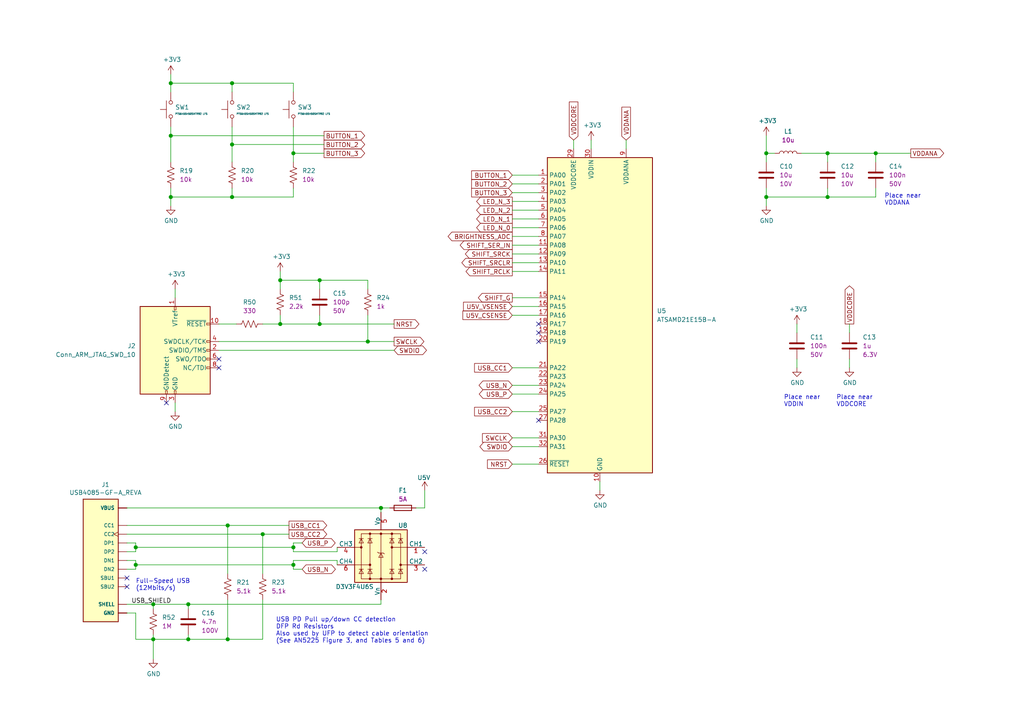
<source format=kicad_sch>
(kicad_sch (version 20210621) (generator eeschema)
  (paper "A4")
  (lib_symbols
    (symbol "Capacitor_custom:CC0402KRX5R5BB105" (pin_numbers hide) (pin_names (offset 0.254))
      (property "Reference" "C" (at 1.27 2.54 0))
      (property "Capacitance" "1u" (at 1.27 -2.54 0))
      (property "Voltage" "6.3V" (at 1.27 -5.08 0))
      (symbol "CC0402KRX5R5BB105_0_1"
        (polyline (pts (xy -2.032 -0.762) (xy 2.032 -0.762)) (stroke (width 0.508)))
        (polyline (pts (xy -2.032 0.762) (xy 2.032 0.762)) (stroke (width 0.508)))
      )
      (symbol "CC0402KRX5R5BB105_1_1"
        (pin passive line (at 0 3.81 270) (length 2.794) (name "~") (number "1"))
        (pin passive line (at 0 -3.81 90) (length 2.794) (name "~") (number "2"))
      )
    )
    (symbol "Capacitor_custom:CL21A106KPCLQNC" (pin_numbers hide) (pin_names (offset 0.254))
      (property "Reference" "C" (at 1.27 2.54 0))
      (property "Capacitance" "10u" (at 1.27 -2.54 0))
      (property "Voltage" "10V" (at 1.27 -5.08 0))
      (symbol "CL21A106KPCLQNC_0_1"
        (polyline (pts (xy -2.032 -0.762) (xy 2.032 -0.762)) (stroke (width 0.508)))
        (polyline (pts (xy -2.032 0.762) (xy 2.032 0.762)) (stroke (width 0.508)))
      )
      (symbol "CL21A106KPCLQNC_1_1"
        (pin passive line (at 0 3.81 270) (length 2.794) (name "~") (number "1"))
        (pin passive line (at 0 -3.81 90) (length 2.794) (name "~") (number "2"))
      )
    )
    (symbol "Capacitor_custom:GCM155R71H103KA55D_1" (pin_numbers hide) (pin_names (offset 0.254))
      (property "Reference" "C" (at 1.27 2.54 0))
      (property "Capacitance" "4.7n" (at 1.27 -2.54 0))
      (property "Voltage" "100V" (at 1.27 -5.08 0))
      (symbol "GCM155R71H103KA55D_1_0_1"
        (polyline (pts (xy -2.032 -0.762) (xy 2.032 -0.762)) (stroke (width 0.508)))
        (polyline (pts (xy -2.032 0.762) (xy 2.032 0.762)) (stroke (width 0.508)))
      )
      (symbol "GCM155R71H103KA55D_1_1_1"
        (pin passive line (at 0 3.81 270) (length 2.794) (name "~") (number "1"))
        (pin passive line (at 0 -3.81 90) (length 2.794) (name "~") (number "2"))
      )
    )
    (symbol "Capacitor_custom:GRM1555C1H101JA01J" (pin_numbers hide) (pin_names (offset 0.254))
      (property "Reference" "C" (at 1.27 2.54 0))
      (property "Capacitance" "100p" (at 1.27 -2.54 0))
      (property "Voltage" "50V" (at 1.27 -5.08 0))
      (symbol "GRM1555C1H101JA01J_0_1"
        (polyline (pts (xy -2.032 -0.762) (xy 2.032 -0.762)) (stroke (width 0.508)))
        (polyline (pts (xy -2.032 0.762) (xy 2.032 0.762)) (stroke (width 0.508)))
      )
      (symbol "GRM1555C1H101JA01J_1_1"
        (pin passive line (at 0 3.81 270) (length 2.794) (name "~") (number "1"))
        (pin passive line (at 0 -3.81 90) (length 2.794) (name "~") (number "2"))
      )
    )
    (symbol "Capacitor_custom:GRM155R71H104KE14D" (pin_numbers hide) (pin_names (offset 0.254))
      (property "Reference" "C" (at 1.27 2.54 0))
      (property "Capacitance" "100n" (at 1.27 -2.54 0))
      (property "Voltage" "50V" (at 1.27 -5.08 0))
      (symbol "GRM155R71H104KE14D_0_1"
        (polyline (pts (xy -2.032 -0.762) (xy 2.032 -0.762)) (stroke (width 0.508)))
        (polyline (pts (xy -2.032 0.762) (xy 2.032 0.762)) (stroke (width 0.508)))
      )
      (symbol "GRM155R71H104KE14D_1_1"
        (pin passive line (at 0 3.81 270) (length 2.794) (name "~") (number "1"))
        (pin passive line (at 0 -3.81 90) (length 2.794) (name "~") (number "2"))
      )
    )
    (symbol "Connector:Conn_ARM_JTAG_SWD_10" (pin_names (offset 1.016))
      (property "Reference" "J" (at -2.54 16.51 0))
      (property "Value" "Conn_ARM_JTAG_SWD_10" (at -2.54 13.97 0))
      (symbol "Conn_ARM_JTAG_SWD_10_0_1"
        (rectangle (start -2.794 -12.7) (end -2.286 -11.684))
        (rectangle (start -0.254 -12.7) (end 0.254 -11.684))
        (rectangle (start -0.254 12.7) (end 0.254 11.684))
        (rectangle (start 9.144 2.286) (end 10.16 2.794))
        (rectangle (start 10.16 -2.794) (end 9.144 -2.286))
        (rectangle (start 10.16 -0.254) (end 9.144 0.254))
        (rectangle (start 10.16 7.874) (end 9.144 7.366))
        (rectangle (start -10.16 12.7) (end 10.16 -12.7) (stroke (width 0.254)) (fill (type background)))
      )
      (symbol "Conn_ARM_JTAG_SWD_10_1_1"
        (rectangle (start 9.144 -5.334) (end 10.16 -4.826))
        (pin power_in line (at 0 15.24 270) (length 2.54) (name "VTref") (number "1"))
        (pin open_collector line (at 12.7 7.62 180) (length 2.54) (name "~{RESET}") (number "10"))
        (pin bidirectional line (at 12.7 0 180) (length 2.54) (name "SWDIO/TMS") (number "2"))
        (pin power_in line (at 0 -15.24 90) (length 2.54) (name "GND") (number "3"))
        (pin output line (at 12.7 2.54 180) (length 2.54) (name "SWDCLK/TCK") (number "4"))
        (pin passive line (at 0 -15.24 90) (length 2.54) hide (name "GND") (number "5"))
        (pin input line (at 12.7 -2.54 180) (length 2.54) (name "SWO/TDO") (number "6"))
        (pin no_connect line (at -10.16 0 0) (length 2.54) hide (name "KEY") (number "7"))
        (pin output line (at 12.7 -5.08 180) (length 2.54) (name "NC/TDI") (number "8"))
        (pin passive line (at -2.54 -15.24 90) (length 2.54) (name "GNDDetect") (number "9"))
      )
    )
    (symbol "Device_custom:0685T5000" (pin_numbers hide) (pin_names (offset 0))
      (property "Reference" "F" (at 2.032 0 90))
      (property "Current Rating" "5A" (at -2.032 0 90))
      (symbol "0685T5000_0_1"
        (rectangle (start -0.762 -2.54) (end 0.762 2.54) (stroke (width 0.254)))
        (polyline (pts (xy 0 2.54) (xy 0 -2.54)))
      )
      (symbol "0685T5000_1_1"
        (pin passive line (at 0 3.81 270) (length 1.27) (name "~") (number "1"))
        (pin passive line (at 0 -3.81 90) (length 1.27) (name "~") (number "2"))
      )
    )
    (symbol "Inductor_custom:CBC2518T100M" (pin_numbers hide) (pin_names (offset 1.016) hide)
      (property "Reference" "L" (at -1.27 0 90))
      (property "Inductance" "10u" (at 1.905 0 90))
      (symbol "CBC2518T100M_0_1"
        (arc (start 0 -2.54) (end 0 -1.27) (radius (at 0 -1.905) (length 0.635) (angles -89.9 89.9)))
        (arc (start 0 -1.27) (end 0 0) (radius (at 0 -0.635) (length 0.635) (angles -89.9 89.9)))
        (arc (start 0 0) (end 0 1.27) (radius (at 0 0.635) (length 0.635) (angles -89.9 89.9)))
        (arc (start 0 1.27) (end 0 2.54) (radius (at 0 1.905) (length 0.635) (angles -89.9 89.9)))
      )
      (symbol "CBC2518T100M_1_1"
        (pin passive line (at 0 3.81 270) (length 1.27) (name "1") (number "1"))
        (pin passive line (at 0 -3.81 90) (length 1.27) (name "2") (number "2"))
      )
    )
    (symbol "MCU_Microchip_SAMD:ATSAMD21E15B-A"
      (property "Reference" "U" (at -13.97 46.99 0))
      (property "Value" "ATSAMD21E15B-A" (at 16.51 46.99 0))
      (symbol "ATSAMD21E15B-A_1_1"
        (rectangle (start -15.24 45.72) (end 15.24 -45.72) (stroke (width 0.254)) (fill (type background)))
        (pin bidirectional line (at -17.78 40.64 0) (length 2.54) (name "PA00") (number "1"))
        (pin power_in line (at 0 -48.26 90) (length 2.54) (name "GND") (number "10"))
        (pin bidirectional line (at -17.78 20.32 0) (length 2.54) (name "PA08") (number "11"))
        (pin bidirectional line (at -17.78 17.78 0) (length 2.54) (name "PA09") (number "12"))
        (pin bidirectional line (at -17.78 15.24 0) (length 2.54) (name "PA10") (number "13"))
        (pin bidirectional line (at -17.78 12.7 0) (length 2.54) (name "PA11") (number "14"))
        (pin bidirectional line (at -17.78 5.08 0) (length 2.54) (name "PA14") (number "15"))
        (pin bidirectional line (at -17.78 2.54 0) (length 2.54) (name "PA15") (number "16"))
        (pin bidirectional line (at -17.78 0 0) (length 2.54) (name "PA16") (number "17"))
        (pin bidirectional line (at -17.78 -2.54 0) (length 2.54) (name "PA17") (number "18"))
        (pin bidirectional line (at -17.78 -5.08 0) (length 2.54) (name "PA18") (number "19"))
        (pin bidirectional line (at -17.78 38.1 0) (length 2.54) (name "PA01") (number "2"))
        (pin bidirectional line (at -17.78 -7.62 0) (length 2.54) (name "PA19") (number "20"))
        (pin bidirectional line (at -17.78 -15.24 0) (length 2.54) (name "PA22") (number "21"))
        (pin bidirectional line (at -17.78 -17.78 0) (length 2.54) (name "PA23") (number "22"))
        (pin bidirectional line (at -17.78 -20.32 0) (length 2.54) (name "PA24") (number "23"))
        (pin bidirectional line (at -17.78 -22.86 0) (length 2.54) (name "PA25") (number "24"))
        (pin bidirectional line (at -17.78 -27.94 0) (length 2.54) (name "PA27") (number "25"))
        (pin input line (at -17.78 -43.18 0) (length 2.54) (name "~{RESET}") (number "26"))
        (pin bidirectional line (at -17.78 -30.48 0) (length 2.54) (name "PA28") (number "27"))
        (pin passive line (at 0 -48.26 90) (length 2.54) hide (name "GND") (number "28"))
        (pin power_out line (at -7.62 48.26 270) (length 2.54) (name "VDDCORE") (number "29"))
        (pin bidirectional line (at -17.78 35.56 0) (length 2.54) (name "PA02") (number "3"))
        (pin power_in line (at -2.54 48.26 270) (length 2.54) (name "VDDIN") (number "30"))
        (pin bidirectional line (at -17.78 -35.56 0) (length 2.54) (name "PA30") (number "31"))
        (pin bidirectional line (at -17.78 -38.1 0) (length 2.54) (name "PA31") (number "32"))
        (pin bidirectional line (at -17.78 33.02 0) (length 2.54) (name "PA03") (number "4"))
        (pin bidirectional line (at -17.78 30.48 0) (length 2.54) (name "PA04") (number "5"))
        (pin bidirectional line (at -17.78 27.94 0) (length 2.54) (name "PA05") (number "6"))
        (pin bidirectional line (at -17.78 25.4 0) (length 2.54) (name "PA06") (number "7"))
        (pin bidirectional line (at -17.78 22.86 0) (length 2.54) (name "PA07") (number "8"))
        (pin power_in line (at 7.62 48.26 270) (length 2.54) (name "VDDANA") (number "9"))
      )
    )
    (symbol "Power_Protection_custom:D3V3F4U6S" (pin_names (offset 0))
      (property "Reference" "U" (at -7.874 8.636 0))
      (property "Value" "D3V3F4U6S" (at 8.89 -10.16 0))
      (symbol "D3V3F4U6S_0_0"
        (rectangle (start -5.715 6.477) (end 5.715 -6.604))
        (polyline (pts (xy -3.175 -6.604) (xy -3.175 6.477)))
        (polyline (pts (xy 0 6.477) (xy 0 -6.604)))
        (polyline (pts (xy 3.175 6.477) (xy 3.175 -6.604)))
      )
      (symbol "D3V3F4U6S_0_1"
        (circle (center -5.715 -2.54) (radius 0.2794) (fill (type outline)))
        (circle (center -3.175 -6.604) (radius 0.2794) (fill (type outline)))
        (circle (center -3.175 2.54) (radius 0.2794) (fill (type outline)))
        (circle (center -3.175 6.477) (radius 0.2794) (fill (type outline)))
        (circle (center 0 -6.604) (radius 0.2794) (fill (type outline)))
        (circle (center 0 6.477) (radius 0.2794) (fill (type outline)))
        (circle (center 3.175 -6.604) (radius 0.2794) (fill (type outline)))
        (circle (center 3.175 -2.54) (radius 0.2794) (fill (type outline)))
        (circle (center 3.175 6.477) (radius 0.2794) (fill (type outline)))
        (circle (center 5.715 2.54) (radius 0.2794) (fill (type outline)))
        (rectangle (start -7.62 7.62) (end 7.62 -7.62) (stroke (width 0.254)) (fill (type background)))
        (polyline (pts (xy -7.747 2.54) (xy -3.175 2.54)))
        (polyline (pts (xy -7.62 -2.54) (xy -5.715 -2.54)))
        (polyline (pts (xy -5.08 -3.81) (xy -6.35 -3.81)))
        (polyline (pts (xy -5.08 5.08) (xy -6.35 5.08)))
        (polyline (pts (xy -2.54 -3.81) (xy -3.81 -3.81)))
        (polyline (pts (xy -2.54 5.08) (xy -3.81 5.08)))
        (polyline (pts (xy -0.635 0.889) (xy -1.016 0.635)))
        (polyline (pts (xy 0 -6.604) (xy 0 -7.62)))
        (polyline (pts (xy 0.635 0.889) (xy -0.635 0.889)))
        (polyline (pts (xy 0.635 0.889) (xy 1.016 1.143)))
        (polyline (pts (xy 3.81 -3.81) (xy 2.54 -3.81)))
        (polyline (pts (xy 3.81 5.08) (xy 2.54 5.08)))
        (polyline (pts (xy 6.35 -3.81) (xy 5.08 -3.81)))
        (polyline (pts (xy 6.35 5.08) (xy 5.08 5.08)))
        (polyline (pts (xy 7.62 -2.54) (xy 3.175 -2.54)))
        (polyline (pts (xy 7.62 2.54) (xy 5.715 2.54)))
        (polyline (pts (xy -5.08 -5.08) (xy -6.35 -5.08) (xy -5.715 -3.81) (xy -5.08 -5.08)))
        (polyline (pts (xy -5.08 3.81) (xy -6.35 3.81) (xy -5.715 5.08) (xy -5.08 3.81)))
        (polyline (pts (xy -2.54 -5.08) (xy -3.81 -5.08) (xy -3.175 -3.81) (xy -2.54 -5.08)))
        (polyline (pts (xy -2.54 3.81) (xy -3.81 3.81) (xy -3.175 5.08) (xy -2.54 3.81)))
        (polyline (pts (xy 0.635 -0.381) (xy -0.635 -0.381) (xy 0 0.889) (xy 0.635 -0.381)))
        (polyline (pts (xy 3.81 -5.08) (xy 2.54 -5.08) (xy 3.175 -3.81) (xy 3.81 -5.08)))
        (polyline (pts (xy 3.81 3.81) (xy 2.54 3.81) (xy 3.175 5.08) (xy 3.81 3.81)))
        (polyline (pts (xy 6.35 -5.08) (xy 5.08 -5.08) (xy 5.715 -3.81) (xy 6.35 -5.08)))
        (polyline (pts (xy 6.35 3.81) (xy 5.08 3.81) (xy 5.715 5.08) (xy 6.35 3.81)))
      )
      (symbol "D3V3F4U6S_1_1"
        (pin passive line (at -12.7 2.54 0) (length 5.08) (name "CH1") (number "1"))
        (pin power_in line (at 0 -12.7 90) (length 5.08) (name "Vn") (number "2"))
        (pin passive line (at -12.7 -2.54 0) (length 5.08) (name "CH2") (number "3"))
        (pin passive line (at 12.7 2.54 180) (length 5.08) (name "CH3") (number "4"))
        (pin power_out line (at 0 12.7 270) (length 5.08) (name "Vp") (number "5"))
        (pin passive line (at 12.7 -2.54 180) (length 5.08) (name "CH4") (number "6"))
      )
    )
    (symbol "Resistor_custom:CRGCQ0402F1M0" (pin_numbers hide) (pin_names (offset 0))
      (property "Reference" "R" (at 2.54 0 90))
      (property "Resistance" "1M" (at -2.54 0 90))
      (symbol "CRGCQ0402F1M0_0_1"
        (polyline (pts (xy 0 -2.286) (xy 0 -2.54)))
        (polyline (pts (xy 0 2.286) (xy 0 2.54)))
        (polyline (pts (xy 0 -0.762) (xy 1.016 -1.143) (xy 0 -1.524) (xy -1.016 -1.905) (xy 0 -2.286)))
        (polyline (pts (xy 0 0.762) (xy 1.016 0.381) (xy 0 0) (xy -1.016 -0.381) (xy 0 -0.762)))
        (polyline (pts (xy 0 2.286) (xy 1.016 1.905) (xy 0 1.524) (xy -1.016 1.143) (xy 0 0.762)))
      )
      (symbol "CRGCQ0402F1M0_1_1"
        (pin passive line (at 0 3.81 270) (length 1.27) (name "~") (number "1"))
        (pin passive line (at 0 -3.81 90) (length 1.27) (name "~") (number "2"))
      )
    )
    (symbol "Resistor_custom:RC0402FR-07330RL" (pin_numbers hide) (pin_names (offset 0))
      (property "Reference" "R" (at 2.54 0 90))
      (property "Resistance" "330" (at -2.54 0 90))
      (symbol "RC0402FR-07330RL_0_1"
        (polyline (pts (xy 0 -2.286) (xy 0 -2.54)))
        (polyline (pts (xy 0 2.286) (xy 0 2.54)))
        (polyline (pts (xy 0 -0.762) (xy 1.016 -1.143) (xy 0 -1.524) (xy -1.016 -1.905) (xy 0 -2.286)))
        (polyline (pts (xy 0 0.762) (xy 1.016 0.381) (xy 0 0) (xy -1.016 -0.381) (xy 0 -0.762)))
        (polyline (pts (xy 0 2.286) (xy 1.016 1.905) (xy 0 1.524) (xy -1.016 1.143) (xy 0 0.762)))
      )
      (symbol "RC0402FR-07330RL_1_1"
        (pin passive line (at 0 3.81 270) (length 1.27) (name "~") (number "1"))
        (pin passive line (at 0 -3.81 90) (length 1.27) (name "~") (number "2"))
      )
    )
    (symbol "Resistor_custom:RC0402FR-075K1L" (pin_numbers hide) (pin_names (offset 0))
      (property "Reference" "R" (at 2.54 0 90))
      (property "Resistance" "5.1k" (at -2.54 0 90))
      (symbol "RC0402FR-075K1L_0_1"
        (polyline (pts (xy 0 -2.286) (xy 0 -2.54)))
        (polyline (pts (xy 0 2.286) (xy 0 2.54)))
        (polyline (pts (xy 0 -0.762) (xy 1.016 -1.143) (xy 0 -1.524) (xy -1.016 -1.905) (xy 0 -2.286)))
        (polyline (pts (xy 0 0.762) (xy 1.016 0.381) (xy 0 0) (xy -1.016 -0.381) (xy 0 -0.762)))
        (polyline (pts (xy 0 2.286) (xy 1.016 1.905) (xy 0 1.524) (xy -1.016 1.143) (xy 0 0.762)))
      )
      (symbol "RC0402FR-075K1L_1_1"
        (pin passive line (at 0 3.81 270) (length 1.27) (name "~") (number "1"))
        (pin passive line (at 0 -3.81 90) (length 1.27) (name "~") (number "2"))
      )
    )
    (symbol "Resistor_custom:RC0402JR-0710KL" (pin_numbers hide) (pin_names (offset 0))
      (property "Reference" "R" (at 2.54 0 90))
      (property "Value" "RC0402JR-0710KL" (at -5.08 0 90))
      (property "Resistance" "10k" (at -2.54 0 90))
      (symbol "RC0402JR-0710KL_0_1"
        (polyline (pts (xy 0 -2.286) (xy 0 -2.54)))
        (polyline (pts (xy 0 2.286) (xy 0 2.54)))
        (polyline (pts (xy 0 -0.762) (xy 1.016 -1.143) (xy 0 -1.524) (xy -1.016 -1.905) (xy 0 -2.286)))
        (polyline (pts (xy 0 0.762) (xy 1.016 0.381) (xy 0 0) (xy -1.016 -0.381) (xy 0 -0.762)))
        (polyline (pts (xy 0 2.286) (xy 1.016 1.905) (xy 0 1.524) (xy -1.016 1.143) (xy 0 0.762)))
      )
      (symbol "RC0402JR-0710KL_1_1"
        (pin passive line (at 0 3.81 270) (length 1.27) (name "~") (number "1"))
        (pin passive line (at 0 -3.81 90) (length 1.27) (name "~") (number "2"))
      )
    )
    (symbol "Resistor_custom:RC0402JR-071KL" (pin_numbers hide) (pin_names (offset 0))
      (property "Reference" "R" (at 2.54 0 90))
      (property "Value" "RC0402JR-071KL" (at -7.62 0 90))
      (property "Resistance" "1k" (at -2.54 0 90))
      (property "Power" "1/16W" (at -5.08 0 90))
      (symbol "RC0402JR-071KL_0_1"
        (polyline (pts (xy 0 -2.286) (xy 0 -2.54)))
        (polyline (pts (xy 0 2.286) (xy 0 2.54)))
        (polyline (pts (xy 0 -0.762) (xy 1.016 -1.143) (xy 0 -1.524) (xy -1.016 -1.905) (xy 0 -2.286)))
        (polyline (pts (xy 0 0.762) (xy 1.016 0.381) (xy 0 0) (xy -1.016 -0.381) (xy 0 -0.762)))
        (polyline (pts (xy 0 2.286) (xy 1.016 1.905) (xy 0 1.524) (xy -1.016 1.143) (xy 0 0.762)))
      )
      (symbol "RC0402JR-071KL_1_1"
        (pin passive line (at 0 3.81 270) (length 1.27) (name "~") (number "1"))
        (pin passive line (at 0 -3.81 90) (length 1.27) (name "~") (number "2"))
      )
    )
    (symbol "Resistor_custom:RK73H1ETTP2201F" (pin_numbers hide) (pin_names (offset 0))
      (property "Reference" "R" (at 2.54 0 90))
      (property "Resistance" "2.2k" (at -2.54 0 90))
      (symbol "RK73H1ETTP2201F_0_1"
        (polyline (pts (xy 0 -2.286) (xy 0 -2.54)))
        (polyline (pts (xy 0 2.286) (xy 0 2.54)))
        (polyline (pts (xy 0 -0.762) (xy 1.016 -1.143) (xy 0 -1.524) (xy -1.016 -1.905) (xy 0 -2.286)))
        (polyline (pts (xy 0 0.762) (xy 1.016 0.381) (xy 0 0) (xy -1.016 -0.381) (xy 0 -0.762)))
        (polyline (pts (xy 0 2.286) (xy 1.016 1.905) (xy 0 1.524) (xy -1.016 1.143) (xy 0 0.762)))
      )
      (symbol "RK73H1ETTP2201F_1_1"
        (pin passive line (at 0 3.81 270) (length 1.27) (name "~") (number "1"))
        (pin passive line (at 0 -3.81 90) (length 1.27) (name "~") (number "2"))
      )
    )
    (symbol "Switch_custom:PTS645SH50SMTR92 LFS" (pin_numbers hide) (pin_names (offset 1.016) hide)
      (property "Reference" "SW" (at 1.27 2.54 0))
      (property "Value" "PTS645SH50SMTR92 LFS" (at 0 -1.524 0))
      (symbol "PTS645SH50SMTR92 LFS_0_1"
        (circle (center -2.032 0) (radius 0.508))
        (circle (center 2.032 0) (radius 0.508))
        (polyline (pts (xy 0 1.27) (xy 0 3.048)))
        (polyline (pts (xy 2.54 1.27) (xy -2.54 1.27)))
        (pin passive line (at -5.08 0 0) (length 2.54) (name "1") (number "1"))
        (pin passive line (at 5.08 0 180) (length 2.54) (name "2") (number "2"))
      )
    )
    (symbol "USB4085-GF-A_REVA:USB4085-GF-A_REVA" (pin_numbers hide) (pin_names (offset 1.016))
      (property "Reference" "J" (at -5.1054 18.3134 0))
      (property "Value" "USB4085-GF-A_REVA" (at -5.1054 -20.3708 0))
      (symbol "USB4085-GF-A_REVA_0_0"
        (rectangle (start -5.08 -17.78) (end 5.08 17.78) (stroke (width 0.254)) (fill (type background)))
        (pin passive line (at -7.62 -15.24 0) (length 2.54) (name "GND") (number "A1"))
        (pin passive line (at -7.62 -15.24 0) (length 2.54) (name "GND") (number "A12"))
        (pin power_in line (at -7.62 15.24 0) (length 2.54) (name "VBUS") (number "A4"))
        (pin bidirectional line (at -7.62 10.16 0) (length 2.54) (name "CC1") (number "A5"))
        (pin bidirectional line (at -7.62 5.08 0) (length 2.54) (name "DP1") (number "A6"))
        (pin bidirectional line (at -7.62 0 0) (length 2.54) (name "DN1") (number "A7"))
        (pin bidirectional line (at -7.62 -5.08 0) (length 2.54) (name "SBU1") (number "A8"))
        (pin power_in line (at -7.62 15.24 0) (length 2.54) (name "VBUS") (number "A9"))
        (pin passive line (at -7.62 -15.24 0) (length 2.54) (name "GND") (number "B1"))
        (pin passive line (at -7.62 -15.24 0) (length 2.54) (name "GND") (number "B12"))
        (pin power_in line (at -7.62 15.24 0) (length 2.54) (name "VBUS") (number "B4"))
        (pin bidirectional clock (at -7.62 7.62 0) (length 2.54) (name "CC2") (number "B5"))
        (pin bidirectional line (at -7.62 2.54 0) (length 2.54) (name "DP2") (number "B6"))
        (pin bidirectional line (at -7.62 -2.54 0) (length 2.54) (name "DN2") (number "B7"))
        (pin bidirectional line (at -7.62 -7.62 0) (length 2.54) (name "SBU2") (number "B8"))
        (pin power_in line (at -7.62 15.24 0) (length 2.54) (name "VBUS") (number "B9"))
        (pin passive line (at -7.62 -12.7 0) (length 2.54) (name "SHELL") (number "P1"))
        (pin passive line (at -7.62 -12.7 0) (length 2.54) (name "SHELL") (number "P2"))
        (pin passive line (at -7.62 -12.7 0) (length 2.54) (name "SHELL") (number "P3"))
        (pin passive line (at -7.62 -12.7 0) (length 2.54) (name "SHELL") (number "P4"))
      )
    )
    (symbol "power:+3V3" (power) (pin_names (offset 0))
      (property "Value" "+3V3" (at 0 3.556 0))
      (symbol "+3V3_0_1"
        (polyline (pts (xy -0.762 1.27) (xy 0 2.54)))
        (polyline (pts (xy 0 0) (xy 0 2.54)))
        (polyline (pts (xy 0 2.54) (xy 0.762 1.27)))
      )
      (symbol "+3V3_1_1"
        (pin power_in line (at 0 0 90) (length 0) hide (name "+3V3") (number "1"))
      )
    )
    (symbol "power:GND" (power) (pin_names (offset 0))
      (property "Value" "GND" (at 0 -3.81 0))
      (symbol "GND_0_1"
        (polyline (pts (xy 0 0) (xy 0 -1.27) (xy 1.27 -1.27) (xy 0 -2.54) (xy -1.27 -1.27) (xy 0 -1.27)))
      )
      (symbol "GND_1_1"
        (pin power_in line (at 0 0 270) (length 0) hide (name "GND") (number "1"))
      )
    )
    (symbol "power_custom:U5V" (power) (in_bom no) (on_board no)
      (property "Value" "U5V" (at -0.127 3.81 0))
      (symbol "U5V_0_1"
        (polyline (pts (xy -0.762 1.27) (xy 0 2.54)))
        (polyline (pts (xy 0 0) (xy 0 2.54)))
        (polyline (pts (xy 0 2.54) (xy 0.762 1.27)))
      )
      (symbol "U5V_1_1"
        (pin power_in line (at 0 0 90) (length 0) hide (name "U5V") (number "1"))
      )
    )
  )
  (junction (at 39.37 158.75) (diameter 1.016))
  (junction (at 39.37 163.83) (diameter 1.016))
  (junction (at 44.45 175.26) (diameter 1.016))
  (junction (at 44.45 185.42) (diameter 1.016))
  (junction (at 49.53 24.13) (diameter 1.016))
  (junction (at 49.53 39.37) (diameter 1.016))
  (junction (at 49.53 57.15) (diameter 1.016))
  (junction (at 54.61 175.26) (diameter 1.016))
  (junction (at 54.61 185.42) (diameter 1.016))
  (junction (at 66.04 152.4) (diameter 1.016))
  (junction (at 66.04 185.42) (diameter 1.016))
  (junction (at 67.31 24.13) (diameter 1.016))
  (junction (at 67.31 41.91) (diameter 1.016))
  (junction (at 67.31 57.15) (diameter 1.016))
  (junction (at 76.2 154.94) (diameter 1.016))
  (junction (at 81.28 81.28) (diameter 1.016))
  (junction (at 81.28 93.98) (diameter 1.016))
  (junction (at 85.09 44.45) (diameter 1.016))
  (junction (at 85.09 158.75) (diameter 1.016))
  (junction (at 85.09 163.83) (diameter 1.016))
  (junction (at 92.71 81.28) (diameter 1.016))
  (junction (at 92.71 93.98) (diameter 1.016))
  (junction (at 106.68 99.06) (diameter 1.016))
  (junction (at 110.49 147.32) (diameter 1.016))
  (junction (at 222.25 44.45) (diameter 1.016))
  (junction (at 222.25 57.15) (diameter 1.016))
  (junction (at 240.03 44.45) (diameter 1.016))
  (junction (at 240.03 57.15) (diameter 1.016))
  (junction (at 254 44.45) (diameter 1.016))
  (no_connect (at 36.83 167.64))
  (no_connect (at 36.83 170.18))
  (no_connect (at 48.26 116.84))
  (no_connect (at 63.5 104.14))
  (no_connect (at 63.5 106.68))
  (no_connect (at 123.19 160.02))
  (no_connect (at 123.19 165.1))
  (no_connect (at 156.21 93.98))
  (no_connect (at 156.21 96.52))
  (no_connect (at 156.21 99.06))
  (no_connect (at 156.21 121.92))
  (wire (pts (xy 36.83 147.32) (xy 110.49 147.32)))
  (wire (pts (xy 36.83 152.4) (xy 66.04 152.4)))
  (wire (pts (xy 36.83 154.94) (xy 76.2 154.94)))
  (wire (pts (xy 36.83 157.48) (xy 39.37 157.48)))
  (wire (pts (xy 36.83 162.56) (xy 39.37 162.56)))
  (wire (pts (xy 36.83 175.26) (xy 44.45 175.26)))
  (wire (pts (xy 36.83 177.8) (xy 39.37 177.8)))
  (wire (pts (xy 39.37 157.48) (xy 39.37 158.75)))
  (wire (pts (xy 39.37 158.75) (xy 39.37 160.02)))
  (wire (pts (xy 39.37 158.75) (xy 85.09 158.75)))
  (wire (pts (xy 39.37 160.02) (xy 36.83 160.02)))
  (wire (pts (xy 39.37 162.56) (xy 39.37 163.83)))
  (wire (pts (xy 39.37 163.83) (xy 39.37 165.1)))
  (wire (pts (xy 39.37 163.83) (xy 85.09 163.83)))
  (wire (pts (xy 39.37 165.1) (xy 36.83 165.1)))
  (wire (pts (xy 39.37 177.8) (xy 39.37 185.42)))
  (wire (pts (xy 44.45 175.26) (xy 44.45 176.53)))
  (wire (pts (xy 44.45 175.26) (xy 54.61 175.26)))
  (wire (pts (xy 44.45 184.15) (xy 44.45 185.42)))
  (wire (pts (xy 44.45 185.42) (xy 39.37 185.42)))
  (wire (pts (xy 44.45 185.42) (xy 54.61 185.42)))
  (wire (pts (xy 44.45 191.135) (xy 44.45 185.42)))
  (wire (pts (xy 49.53 21.59) (xy 49.53 24.13)))
  (wire (pts (xy 49.53 24.13) (xy 49.53 26.67)))
  (wire (pts (xy 49.53 36.83) (xy 49.53 39.37)))
  (wire (pts (xy 49.53 39.37) (xy 49.53 46.99)))
  (wire (pts (xy 49.53 39.37) (xy 93.98 39.37)))
  (wire (pts (xy 49.53 54.61) (xy 49.53 57.15)))
  (wire (pts (xy 49.53 57.15) (xy 49.53 59.69)))
  (wire (pts (xy 50.8 83.82) (xy 50.8 86.36)))
  (wire (pts (xy 50.8 116.84) (xy 50.8 119.38)))
  (wire (pts (xy 54.61 175.26) (xy 54.61 176.53)))
  (wire (pts (xy 54.61 175.26) (xy 110.49 175.26)))
  (wire (pts (xy 54.61 184.15) (xy 54.61 185.42)))
  (wire (pts (xy 54.61 185.42) (xy 66.04 185.42)))
  (wire (pts (xy 63.5 93.98) (xy 68.58 93.98)))
  (wire (pts (xy 63.5 99.06) (xy 106.68 99.06)))
  (wire (pts (xy 63.5 101.6) (xy 114.3 101.6)))
  (wire (pts (xy 66.04 152.4) (xy 66.04 166.37)))
  (wire (pts (xy 66.04 152.4) (xy 83.82 152.4)))
  (wire (pts (xy 66.04 173.99) (xy 66.04 185.42)))
  (wire (pts (xy 66.04 185.42) (xy 76.2 185.42)))
  (wire (pts (xy 67.31 24.13) (xy 49.53 24.13)))
  (wire (pts (xy 67.31 24.13) (xy 67.31 26.67)))
  (wire (pts (xy 67.31 36.83) (xy 67.31 41.91)))
  (wire (pts (xy 67.31 41.91) (xy 67.31 46.99)))
  (wire (pts (xy 67.31 41.91) (xy 93.98 41.91)))
  (wire (pts (xy 67.31 54.61) (xy 67.31 57.15)))
  (wire (pts (xy 67.31 57.15) (xy 49.53 57.15)))
  (wire (pts (xy 76.2 93.98) (xy 81.28 93.98)))
  (wire (pts (xy 76.2 154.94) (xy 76.2 166.37)))
  (wire (pts (xy 76.2 154.94) (xy 83.82 154.94)))
  (wire (pts (xy 76.2 173.99) (xy 76.2 185.42)))
  (wire (pts (xy 81.28 78.74) (xy 81.28 81.28)))
  (wire (pts (xy 81.28 81.28) (xy 92.71 81.28)))
  (wire (pts (xy 81.28 83.82) (xy 81.28 81.28)))
  (wire (pts (xy 81.28 93.98) (xy 81.28 91.44)))
  (wire (pts (xy 85.09 24.13) (xy 67.31 24.13)))
  (wire (pts (xy 85.09 26.67) (xy 85.09 24.13)))
  (wire (pts (xy 85.09 36.83) (xy 85.09 44.45)))
  (wire (pts (xy 85.09 44.45) (xy 85.09 46.99)))
  (wire (pts (xy 85.09 44.45) (xy 93.98 44.45)))
  (wire (pts (xy 85.09 54.61) (xy 85.09 57.15)))
  (wire (pts (xy 85.09 57.15) (xy 67.31 57.15)))
  (wire (pts (xy 85.09 157.48) (xy 85.09 158.75)))
  (wire (pts (xy 85.09 157.48) (xy 87.63 157.48)))
  (wire (pts (xy 85.09 158.75) (xy 85.09 160.02)))
  (wire (pts (xy 85.09 160.02) (xy 97.79 160.02)))
  (wire (pts (xy 85.09 162.56) (xy 97.79 162.56)))
  (wire (pts (xy 85.09 163.83) (xy 85.09 162.56)))
  (wire (pts (xy 85.09 163.83) (xy 85.09 165.1)))
  (wire (pts (xy 85.09 165.1) (xy 87.63 165.1)))
  (wire (pts (xy 92.71 81.28) (xy 92.71 83.82)))
  (wire (pts (xy 92.71 91.44) (xy 92.71 93.98)))
  (wire (pts (xy 92.71 93.98) (xy 81.28 93.98)))
  (wire (pts (xy 92.71 93.98) (xy 114.3 93.98)))
  (wire (pts (xy 97.79 158.75) (xy 97.79 160.02)))
  (wire (pts (xy 97.79 162.56) (xy 97.79 163.83)))
  (wire (pts (xy 106.68 81.28) (xy 92.71 81.28)))
  (wire (pts (xy 106.68 81.28) (xy 106.68 83.82)))
  (wire (pts (xy 106.68 91.44) (xy 106.68 99.06)))
  (wire (pts (xy 106.68 99.06) (xy 114.3 99.06)))
  (wire (pts (xy 110.49 147.32) (xy 110.49 148.59)))
  (wire (pts (xy 110.49 147.32) (xy 113.03 147.32)))
  (wire (pts (xy 110.49 175.26) (xy 110.49 173.99)))
  (wire (pts (xy 120.65 147.32) (xy 123.19 147.32)))
  (wire (pts (xy 123.19 142.24) (xy 123.19 147.32)))
  (wire (pts (xy 148.59 50.8) (xy 156.21 50.8)))
  (wire (pts (xy 148.59 53.34) (xy 156.21 53.34)))
  (wire (pts (xy 148.59 55.88) (xy 156.21 55.88)))
  (wire (pts (xy 148.59 58.42) (xy 156.21 58.42)))
  (wire (pts (xy 148.59 60.96) (xy 156.21 60.96)))
  (wire (pts (xy 148.59 63.5) (xy 156.21 63.5)))
  (wire (pts (xy 148.59 66.04) (xy 156.21 66.04)))
  (wire (pts (xy 148.59 68.58) (xy 156.21 68.58)))
  (wire (pts (xy 148.59 71.12) (xy 156.21 71.12)))
  (wire (pts (xy 148.59 73.66) (xy 156.21 73.66)))
  (wire (pts (xy 148.59 76.2) (xy 156.21 76.2)))
  (wire (pts (xy 148.59 78.74) (xy 156.21 78.74)))
  (wire (pts (xy 148.59 86.36) (xy 156.21 86.36)))
  (wire (pts (xy 148.59 88.9) (xy 156.21 88.9)))
  (wire (pts (xy 148.59 91.44) (xy 156.21 91.44)))
  (wire (pts (xy 148.59 106.68) (xy 156.21 106.68)))
  (wire (pts (xy 148.59 111.76) (xy 156.21 111.76)))
  (wire (pts (xy 148.59 114.3) (xy 156.21 114.3)))
  (wire (pts (xy 148.59 119.38) (xy 156.21 119.38)))
  (wire (pts (xy 148.59 127) (xy 156.21 127)))
  (wire (pts (xy 148.59 129.54) (xy 156.21 129.54)))
  (wire (pts (xy 148.59 134.62) (xy 156.21 134.62)))
  (wire (pts (xy 166.37 40.64) (xy 166.37 43.18)))
  (wire (pts (xy 171.45 40.64) (xy 171.45 43.18)))
  (wire (pts (xy 173.99 139.7) (xy 173.99 142.24)))
  (wire (pts (xy 181.61 40.64) (xy 181.61 43.18)))
  (wire (pts (xy 222.25 39.37) (xy 222.25 44.45)))
  (wire (pts (xy 222.25 44.45) (xy 222.25 46.99)))
  (wire (pts (xy 222.25 44.45) (xy 224.79 44.45)))
  (wire (pts (xy 222.25 54.61) (xy 222.25 57.15)))
  (wire (pts (xy 222.25 57.15) (xy 222.25 59.69)))
  (wire (pts (xy 231.14 93.98) (xy 231.14 96.52)))
  (wire (pts (xy 231.14 104.14) (xy 231.14 106.68)))
  (wire (pts (xy 232.41 44.45) (xy 240.03 44.45)))
  (wire (pts (xy 240.03 44.45) (xy 240.03 46.99)))
  (wire (pts (xy 240.03 44.45) (xy 254 44.45)))
  (wire (pts (xy 240.03 54.61) (xy 240.03 57.15)))
  (wire (pts (xy 240.03 57.15) (xy 222.25 57.15)))
  (wire (pts (xy 240.03 57.15) (xy 254 57.15)))
  (wire (pts (xy 246.38 93.98) (xy 246.38 96.52)))
  (wire (pts (xy 246.38 104.14) (xy 246.38 106.68)))
  (wire (pts (xy 254 44.45) (xy 254 46.99)))
  (wire (pts (xy 254 44.45) (xy 264.16 44.45)))
  (wire (pts (xy 254 54.61) (xy 254 57.15)))
  (text "Full-Speed USB\n(12Mbits/s)" (at 39.37 171.45 0) (effects (font (size 1.27 1.27)) (justify left bottom)))
  (text "USB PD Pull up/down CC detection\nDFP Rd Resistors\nAlso used by UFP to detect cable orientation\n(See AN5225 Figure 3, and Tables 5 and 6)" (at 80.01 186.69 0) (effects (font (size 1.27 1.27)) (justify left bottom)))
  (text "Place near\nVDDIN" (at 227.33 118.11 0) (effects (font (size 1.27 1.27)) (justify left bottom)))
  (text "Place near\nVDDCORE" (at 242.57 118.11 0) (effects (font (size 1.27 1.27)) (justify left bottom)))
  (text "Place near\nVDDANA" (at 256.54 59.69 0) (effects (font (size 1.27 1.27)) (justify left bottom)))
  (label "USB_SHIELD" (at 38.1 175.26 0))
  (global_label "USB_CC1" (shape output) (at 83.82 152.4 0) (property "Intersheet References" "${INTERSHEET_REFS}" (effects hide)))
  (global_label "USB_CC2" (shape output) (at 83.82 154.94 0) (property "Intersheet References" "${INTERSHEET_REFS}" (effects hide)))
  (global_label "USB_P" (shape bidirectional) (at 87.63 157.48 0) (property "Intersheet References" "${INTERSHEET_REFS}" (effects hide)))
  (global_label "USB_N" (shape bidirectional) (at 87.63 165.1 0) (property "Intersheet References" "${INTERSHEET_REFS}" (effects hide)))
  (global_label "BUTTON_1" (shape output) (at 93.98 39.37 0) (property "Intersheet References" "${INTERSHEET_REFS}" (effects hide)))
  (global_label "BUTTON_2" (shape output) (at 93.98 41.91 0) (property "Intersheet References" "${INTERSHEET_REFS}" (effects hide)))
  (global_label "BUTTON_3" (shape output) (at 93.98 44.45 0) (property "Intersheet References" "${INTERSHEET_REFS}" (effects hide)))
  (global_label "NRST" (shape output) (at 114.3 93.98 0) (property "Intersheet References" "${INTERSHEET_REFS}" (effects hide)))
  (global_label "SWCLK" (shape output) (at 114.3 99.06 0) (property "Intersheet References" "${INTERSHEET_REFS}" (effects hide)))
  (global_label "SWDIO" (shape bidirectional) (at 114.3 101.6 0) (property "Intersheet References" "${INTERSHEET_REFS}" (effects hide)))
  (global_label "BUTTON_1" (shape input) (at 148.59 50.8 180) (property "Intersheet References" "${INTERSHEET_REFS}" (effects hide)))
  (global_label "BUTTON_2" (shape input) (at 148.59 53.34 180) (property "Intersheet References" "${INTERSHEET_REFS}" (effects hide)))
  (global_label "BUTTON_3" (shape input) (at 148.59 55.88 180) (property "Intersheet References" "${INTERSHEET_REFS}" (effects hide)))
  (global_label "LED_N_3" (shape output) (at 148.59 58.42 180) (property "Intersheet References" "${INTERSHEET_REFS}" (effects hide)))
  (global_label "LED_N_2" (shape output) (at 148.59 60.96 180) (property "Intersheet References" "${INTERSHEET_REFS}" (effects hide)))
  (global_label "LED_N_1" (shape output) (at 148.59 63.5 180) (property "Intersheet References" "${INTERSHEET_REFS}" (effects hide)))
  (global_label "LED_N_0" (shape output) (at 148.59 66.04 180) (property "Intersheet References" "${INTERSHEET_REFS}" (effects hide)))
  (global_label "BRIGHTNESS_ADC" (shape output) (at 148.59 68.58 180) (property "Intersheet References" "${INTERSHEET_REFS}" (effects hide)))
  (global_label "SHIFT_SER_IN" (shape output) (at 148.59 71.12 180) (property "Intersheet References" "${INTERSHEET_REFS}" (effects hide)))
  (global_label "SHIFT_SRCK" (shape output) (at 148.59 73.66 180) (property "Intersheet References" "${INTERSHEET_REFS}" (effects hide)))
  (global_label "SHIFT_SRCLR" (shape output) (at 148.59 76.2 180) (property "Intersheet References" "${INTERSHEET_REFS}" (effects hide)))
  (global_label "SHIFT_RCLK" (shape output) (at 148.59 78.74 180) (property "Intersheet References" "${INTERSHEET_REFS}" (effects hide)))
  (global_label "SHIFT_G" (shape output) (at 148.59 86.36 180) (property "Intersheet References" "${INTERSHEET_REFS}" (effects hide)))
  (global_label "U5V_VSENSE" (shape input) (at 148.59 88.9 180) (property "Intersheet References" "${INTERSHEET_REFS}" (effects hide)))
  (global_label "U5V_CSENSE" (shape input) (at 148.59 91.44 180) (property "Intersheet References" "${INTERSHEET_REFS}" (effects hide)))
  (global_label "USB_CC1" (shape input) (at 148.59 106.68 180) (property "Intersheet References" "${INTERSHEET_REFS}" (effects hide)))
  (global_label "USB_N" (shape bidirectional) (at 148.59 111.76 180) (property "Intersheet References" "${INTERSHEET_REFS}" (effects hide)))
  (global_label "USB_P" (shape bidirectional) (at 148.59 114.3 180) (property "Intersheet References" "${INTERSHEET_REFS}" (effects hide)))
  (global_label "USB_CC2" (shape input) (at 148.59 119.38 180) (property "Intersheet References" "${INTERSHEET_REFS}" (effects hide)))
  (global_label "SWCLK" (shape input) (at 148.59 127 180) (property "Intersheet References" "${INTERSHEET_REFS}" (effects hide)))
  (global_label "SWDIO" (shape bidirectional) (at 148.59 129.54 180) (property "Intersheet References" "${INTERSHEET_REFS}" (effects hide)))
  (global_label "NRST" (shape input) (at 148.59 134.62 180) (property "Intersheet References" "${INTERSHEET_REFS}" (effects hide)))
  (global_label "VDDCORE" (shape input) (at 166.37 40.64 90) (property "Intersheet References" "${INTERSHEET_REFS}" (effects hide)))
  (global_label "VDDANA" (shape input) (at 181.61 40.64 90) (property "Intersheet References" "${INTERSHEET_REFS}" (effects hide)))
  (global_label "VDDCORE" (shape output) (at 246.38 93.98 90) (property "Intersheet References" "${INTERSHEET_REFS}" (effects hide)))
  (global_label "VDDANA" (shape output) (at 264.16 44.45 0) (property "Intersheet References" "${INTERSHEET_REFS}" (effects hide)))
  (symbol (lib_id "power:+3V3") (at 49.53 21.59 0) (unit 1)
    (property "Reference" "#PWR0108" (effects hide))
    (property "Value" "+3V3" (at 49.8983 17.2656 0))
  )
  (symbol (lib_id "power:+3V3") (at 50.8 83.82 0) (unit 1)
    (property "Reference" "#PWR0113" (effects hide))
    (property "Value" "+3V3" (at 51.1683 79.4956 0))
  )
  (symbol (lib_id "power:+3V3") (at 81.28 78.74 0) (unit 1)
    (property "Reference" "#PWR0105" (effects hide))
    (property "Value" "+3V3" (at 81.6483 74.4156 0))
  )
  (symbol (lib_id "power_custom:U5V") (at 123.19 142.24 0) (unit 1) (in_bom no) (on_board no)
    (property "Reference" "#PWR0107" (effects hide))
    (property "Value" "U5V" (at 122.9487 138.5506 0))
  )
  (symbol (lib_id "power:+3V3") (at 171.45 40.64 0) (unit 1)
    (property "Reference" "#PWR0127" (effects hide))
    (property "Value" "+3V3" (at 171.8183 36.3156 0))
  )
  (symbol (lib_id "power:+3V3") (at 222.25 39.37 0) (unit 1)
    (property "Reference" "#PWR0117" (effects hide))
    (property "Value" "+3V3" (at 222.6183 35.0456 0))
  )
  (symbol (lib_id "power:+3V3") (at 231.14 93.98 0) (unit 1)
    (property "Reference" "#PWR0120" (effects hide))
    (property "Value" "+3V3" (at 231.5083 89.6556 0))
  )
  (symbol (lib_id "power:GND") (at 44.45 191.135 0) (unit 1)
    (property "Reference" "#PWR0106" (effects hide))
    (property "Value" "GND" (at 44.5643 195.4594 0))
  )
  (symbol (lib_id "power:GND") (at 49.53 59.69 0) (unit 1)
    (property "Reference" "#PWR0114" (effects hide))
    (property "Value" "GND" (at 49.6443 64.0144 0))
  )
  (symbol (lib_id "power:GND") (at 50.8 119.38 0) (unit 1)
    (property "Reference" "#PWR0109" (effects hide))
    (property "Value" "GND" (at 50.9143 123.7044 0))
  )
  (symbol (lib_id "power:GND") (at 173.99 142.24 0) (unit 1)
    (property "Reference" "#PWR0115" (effects hide))
    (property "Value" "GND" (at 174.1043 146.5644 0))
  )
  (symbol (lib_id "power:GND") (at 222.25 59.69 0) (unit 1)
    (property "Reference" "#PWR0116" (effects hide))
    (property "Value" "GND" (at 222.3643 64.0144 0))
  )
  (symbol (lib_id "power:GND") (at 231.14 106.68 0) (unit 1)
    (property "Reference" "#PWR0119" (effects hide))
    (property "Value" "GND" (at 231.2543 111.0044 0))
  )
  (symbol (lib_id "power:GND") (at 246.38 106.68 0) (unit 1)
    (property "Reference" "#PWR0118" (effects hide))
    (property "Value" "GND" (at 246.4943 111.0044 0))
  )
  (symbol (lib_id "Inductor_custom:CBC2518T100M") (at 228.6 44.45 90) (unit 1)
    (property "Reference" "L1" (at 228.6 38.1 90))
    (property "Value" "CBC2518T100M" (effects hide))
    (property "Footprint" "Inductor_SMD:L_1008_2520Metric_Pad1.43x2.20mm_HandSolder" (effects hide))
    (property "Manufacturer" "Taiyo Yuden" (effects hide))
    (property "Current" "680mA" (effects hide))
    (property "DCR" "468mOhm" (effects hide))
    (property "Inductance" "10u" (at 228.6 40.64 90))
  )
  (symbol (lib_id "Device_custom:0685T5000") (at 116.84 147.32 90) (unit 1)
    (property "Reference" "F1" (at 116.84 142.24 90))
    (property "Value" "0685T5000" (effects hide))
    (property "Footprint" "Fuse:Fuse_1206_3216Metric_Pad1.42x1.75mm_HandSolder" (effects hide))
    (property "Current Rating" "5A" (at 116.84 144.78 90))
    (property "Voltage Rating - DC" "63V" (effects hide))
    (property "Response Time" "Slow Blow" (effects hide))
    (property "Manufacturer" "Bel Fuse Inc." (effects hide))
  )
  (symbol (lib_id "Resistor_custom:CRGCQ0402F1M0") (at 44.45 180.34 0) (unit 1)
    (property "Reference" "R52" (at 46.99 179.0699 0) (effects (justify left)))
    (property "Value" "CRGCQ0402F1M0" (effects hide))
    (property "Footprint" "Resistor_SMD:R_0402_1005Metric_Pad0.72x0.64mm_HandSolder" (effects hide))
    (property "Resistance" "1M" (at 46.99 181.6099 0) (effects (justify left)))
    (property "Power" "1/16W" (effects hide))
    (property "Tolerance" "1%" (effects hide))
    (property "Manufacturer" "TE Connectivity Passive Product" (effects hide))
  )
  (symbol (lib_id "Resistor_custom:RC0402JR-0710KL") (at 49.53 50.8 180) (unit 1)
    (property "Reference" "R19" (at 52.07 49.5299 0) (effects (justify right)))
    (property "Value" "RC0402JR-0710KL" (effects hide))
    (property "Footprint" "Resistor_SMD:R_0402_1005Metric_Pad0.72x0.64mm_HandSolder" (effects hide))
    (property "Resistance" "10k" (at 52.07 52.0699 0) (effects (justify right)))
  )
  (symbol (lib_id "Resistor_custom:RC0402FR-075K1L") (at 66.04 170.18 0) (unit 1)
    (property "Reference" "R21" (at 68.58 168.9099 0) (effects (justify left)))
    (property "Value" "RC0402FR-075K1L" (effects hide))
    (property "Footprint" "Resistor_SMD:R_0402_1005Metric_Pad0.72x0.64mm_HandSolder" (effects hide))
    (property "Resistance" "5.1k" (at 68.58 171.4499 0) (effects (justify left)))
    (property "Power" "1/16W" (effects hide))
    (property "Tolerance" "1%" (effects hide))
    (property "Manufacturer" "Yageo" (effects hide))
  )
  (symbol (lib_id "Resistor_custom:RC0402JR-0710KL") (at 67.31 50.8 180) (unit 1)
    (property "Reference" "R20" (at 69.85 49.5299 0) (effects (justify right)))
    (property "Value" "RC0402JR-0710KL" (effects hide))
    (property "Footprint" "Resistor_SMD:R_0402_1005Metric_Pad0.72x0.64mm_HandSolder" (effects hide))
    (property "Resistance" "10k" (at 69.85 52.0699 0) (effects (justify right)))
  )
  (symbol (lib_id "Resistor_custom:RC0402FR-07330RL") (at 72.39 93.98 90) (unit 1)
    (property "Reference" "R50" (at 72.39 87.63 90))
    (property "Value" "RC0402FR-07330RL" (effects hide))
    (property "Footprint" "Resistor_SMD:R_0402_1005Metric_Pad0.72x0.64mm_HandSolder" (effects hide))
    (property "Resistance" "330" (at 72.39 90.17 90))
    (property "Power" "1/16W" (effects hide))
    (property "Tolerance" "1%" (effects hide))
    (property "Manufacturer" "Yageo" (effects hide))
  )
  (symbol (lib_id "Resistor_custom:RC0402FR-075K1L") (at 76.2 170.18 0) (unit 1)
    (property "Reference" "R23" (at 78.74 168.9099 0) (effects (justify left)))
    (property "Value" "RC0402FR-075K1L" (effects hide))
    (property "Footprint" "Resistor_SMD:R_0402_1005Metric_Pad0.72x0.64mm_HandSolder" (effects hide))
    (property "Resistance" "5.1k" (at 78.74 171.4499 0) (effects (justify left)))
    (property "Power" "1/16W" (effects hide))
    (property "Tolerance" "1%" (effects hide))
    (property "Manufacturer" "Yageo" (effects hide))
  )
  (symbol (lib_id "Resistor_custom:RK73H1ETTP2201F") (at 81.28 87.63 0) (unit 1)
    (property "Reference" "R51" (at 83.82 86.3599 0) (effects (justify left)))
    (property "Value" "RK73H1ETTP2201F" (effects hide))
    (property "Footprint" "Resistor_SMD:R_0402_1005Metric_Pad0.72x0.64mm_HandSolder" (effects hide))
    (property "Resistance" "2.2k" (at 83.82 88.8999 0) (effects (justify left)))
    (property "Power" "1/10W" (effects hide))
    (property "Tolerance" "1%" (effects hide))
    (property "Manufacturer" "KOA Speer Electronics, Inc." (effects hide))
  )
  (symbol (lib_id "Resistor_custom:RC0402JR-0710KL") (at 85.09 50.8 180) (unit 1)
    (property "Reference" "R22" (at 87.63 49.5299 0) (effects (justify right)))
    (property "Value" "RC0402JR-0710KL" (effects hide))
    (property "Footprint" "Resistor_SMD:R_0402_1005Metric_Pad0.72x0.64mm_HandSolder" (effects hide))
    (property "Resistance" "10k" (at 87.63 52.0699 0) (effects (justify right)))
  )
  (symbol (lib_id "Resistor_custom:RC0402JR-071KL") (at 106.68 87.63 0) (unit 1)
    (property "Reference" "R24" (at 109.22 86.3599 0) (effects (justify left)))
    (property "Value" "RC0402JR-071KL" (effects hide))
    (property "Footprint" "Resistor_SMD:R_0402_1005Metric_Pad0.72x0.64mm_HandSolder" (effects hide))
    (property "Resistance" "1k" (at 109.22 88.8999 0) (effects (justify left)))
    (property "Power" "1/16W" (effects hide))
  )
  (symbol (lib_id "Capacitor_custom:GCM155R71H103KA55D_1") (at 54.61 180.34 0) (unit 1)
    (property "Reference" "C16" (at 58.42 177.7999 0) (effects (justify left)))
    (property "Value" "GCM155R72A472KA37D" (effects hide))
    (property "Footprint" "Capacitor_SMD:C_0402_1005Metric_Pad0.74x0.62mm_HandSolder" (effects hide))
    (property "Capacitance" "4.7n" (at 58.42 180.3399 0) (effects (justify left)))
    (property "Voltage" "100V" (at 58.42 182.8799 0) (effects (justify left)))
    (property "Manufacturer" "Murata" (effects hide))
    (property "Rating" "X7R" (effects hide))
  )
  (symbol (lib_id "Capacitor_custom:GRM1555C1H101JA01J") (at 92.71 87.63 0) (unit 1)
    (property "Reference" "C15" (at 96.52 85.0899 0) (effects (justify left)))
    (property "Value" "GRM1555C1H101JA01J" (effects hide))
    (property "Footprint" "Capacitor_SMD:C_0402_1005Metric_Pad0.74x0.62mm_HandSolder" (effects hide))
    (property "Capacitance" "100p" (at 96.52 87.6299 0) (effects (justify left)))
    (property "Voltage" "50V" (at 96.52 90.1699 0) (effects (justify left)))
    (property "Manufacturer" "Murata" (effects hide))
    (property "Rating" "C0G" (effects hide))
  )
  (symbol (lib_id "Capacitor_custom:CL21A106KPCLQNC") (at 222.25 50.8 0) (unit 1)
    (property "Reference" "C10" (at 226.06 48.2599 0) (effects (justify left)))
    (property "Value" "CL21A106KPCLQNC" (effects hide))
    (property "Footprint" "Capacitor_SMD:C_0805_2012Metric_Pad1.18x1.45mm_HandSolder" (effects hide))
    (property "Capacitance" "10u" (at 226.06 50.7999 0) (effects (justify left)))
    (property "Voltage" "10V" (at 226.06 53.3399 0) (effects (justify left)))
    (property "Manufacturer" "Samsung" (effects hide))
    (property "Rating" "X5R" (effects hide))
  )
  (symbol (lib_id "Capacitor_custom:GRM155R71H104KE14D") (at 231.14 100.33 0) (unit 1)
    (property "Reference" "C11" (at 234.95 97.7899 0) (effects (justify left)))
    (property "Value" "GRM155R71H104KE14D" (effects hide))
    (property "Footprint" "Capacitor_SMD:C_0402_1005Metric_Pad0.74x0.62mm_HandSolder" (effects hide))
    (property "Capacitance" "100n" (at 234.95 100.3299 0) (effects (justify left)))
    (property "Voltage" "50V" (at 234.95 102.8699 0) (effects (justify left)))
    (property "Manufacturer" "Murata" (effects hide))
    (property "Rating" "X7R" (effects hide))
  )
  (symbol (lib_id "Capacitor_custom:CL21A106KPCLQNC") (at 240.03 50.8 0) (unit 1)
    (property "Reference" "C12" (at 243.84 48.2599 0) (effects (justify left)))
    (property "Value" "CL21A106KPCLQNC" (effects hide))
    (property "Footprint" "Capacitor_SMD:C_0805_2012Metric_Pad1.18x1.45mm_HandSolder" (effects hide))
    (property "Capacitance" "10u" (at 243.84 50.7999 0) (effects (justify left)))
    (property "Voltage" "10V" (at 243.84 53.3399 0) (effects (justify left)))
    (property "Manufacturer" "Samsung" (effects hide))
    (property "Rating" "X5R" (effects hide))
  )
  (symbol (lib_id "Capacitor_custom:CC0402KRX5R5BB105") (at 246.38 100.33 0) (unit 1)
    (property "Reference" "C13" (at 250.19 97.7899 0) (effects (justify left)))
    (property "Value" "CC0402KRX5R5BB105" (effects hide))
    (property "Footprint" "Capacitor_SMD:C_0402_1005Metric_Pad0.74x0.62mm_HandSolder" (effects hide))
    (property "Capacitance" "1u" (at 250.19 100.3299 0) (effects (justify left)))
    (property "Voltage" "6.3V" (at 250.19 102.8699 0) (effects (justify left)))
    (property "Manufacturer" "Yageo" (effects hide))
    (property "Rating" "X5R" (effects hide))
  )
  (symbol (lib_id "Capacitor_custom:GRM155R71H104KE14D") (at 254 50.8 0) (unit 1)
    (property "Reference" "C14" (at 257.81 48.2599 0) (effects (justify left)))
    (property "Value" "GRM155R71H104KE14D" (effects hide))
    (property "Footprint" "Capacitor_SMD:C_0402_1005Metric_Pad0.74x0.62mm_HandSolder" (effects hide))
    (property "Capacitance" "100n" (at 257.81 50.7999 0) (effects (justify left)))
    (property "Voltage" "50V" (at 257.81 53.3399 0) (effects (justify left)))
    (property "Manufacturer" "Murata" (effects hide))
    (property "Rating" "X7R" (effects hide))
  )
  (symbol (lib_id "Switch_custom:PTS645SH50SMTR92 LFS") (at 49.53 31.75 90) (unit 1)
    (property "Reference" "SW1" (at 50.8 31.1149 90) (effects (justify right)))
    (property "Value" "PTS645SH50SMTR92 LFS" (at 50.8 33.02 90) (effects (font (size 0.5 0.5)) (justify right)))
    (property "Footprint" "Button_Switch_SMD_custom:SW_Push_1P1T_NO_6x6mm_H9.5mm" (effects hide))
  )
  (symbol (lib_id "Switch_custom:PTS645SH50SMTR92 LFS") (at 67.31 31.75 90) (unit 1)
    (property "Reference" "SW2" (at 68.58 31.1149 90) (effects (justify right)))
    (property "Value" "PTS645SH50SMTR92 LFS" (at 68.58 33.02 90) (effects (font (size 0.5 0.5)) (justify right)))
    (property "Footprint" "Button_Switch_SMD_custom:SW_Push_1P1T_NO_6x6mm_H9.5mm" (effects hide))
  )
  (symbol (lib_id "Switch_custom:PTS645SH50SMTR92 LFS") (at 85.09 31.75 90) (unit 1)
    (property "Reference" "SW3" (at 86.36 31.1149 90) (effects (justify right)))
    (property "Value" "PTS645SH50SMTR92 LFS" (at 86.36 33.02 90) (effects (font (size 0.5 0.5)) (justify right)))
    (property "Footprint" "Button_Switch_SMD_custom:SW_Push_1P1T_NO_6x6mm_H9.5mm" (effects hide))
  )
  (symbol (lib_id "USB4085-GF-A_REVA:USB4085-GF-A_REVA") (at 29.21 162.56 0) (mirror y) (unit 1)
    (property "Reference" "J1" (at 30.607 140.5698 0))
    (property "Value" "USB4085-GF-A_REVA" (at 30.607 142.8685 0))
    (property "Footprint" "GCT_USB4085-GF-A_REVA" (effects hide))
    (property "PARTREV" "A2" (effects hide))
    (property "MANUFACTURER" "Global Connector Technology" (effects hide))
    (property "STANDARD" "Manufacturer Recommendations" (effects hide))
    (property "MAXIMUM_PACKAGE_HEIGHT" "3.46mm" (effects hide))
  )
  (symbol (lib_id "Power_Protection_custom:D3V3F4U6S") (at 110.49 161.29 0) (mirror y) (unit 1)
    (property "Reference" "U8" (at 116.84 152.4 0))
    (property "Value" "D3V3F4U6S" (at 102.87 170.18 0))
    (property "Footprint" "Package_TO_SOT_SMD:SOT-363_SC-70-6" (effects hide))
    (property "Datasheet" "https://www.diodes.com/assets/Datasheets/D3V3XA4B10LP.pdf" (effects hide))
  )
  (symbol (lib_id "Connector:Conn_ARM_JTAG_SWD_10") (at 50.8 101.6 0) (unit 1)
    (property "Reference" "J2" (at 39.37 100.3299 0) (effects (justify right)))
    (property "Value" "Conn_ARM_JTAG_SWD_10" (at 39.37 102.8699 0) (effects (justify right)))
    (property "Footprint" "Connector_custom:TST-105-01-T-D" (effects hide))
    (property "Datasheet" "http://infocenter.arm.com/help/topic/com.arm.doc.ddi0314h/DDI0314H_coresight_components_trm.pdf" (effects hide))
  )
  (symbol (lib_id "MCU_Microchip_SAMD:ATSAMD21E15B-A") (at 173.99 91.44 0) (unit 1)
    (property "Reference" "U5" (at 190.5 90.1699 0) (effects (justify left)))
    (property "Value" "ATSAMD21E15B-A" (at 190.5 92.7099 0) (effects (justify left)))
    (property "Footprint" "Package_QFP:TQFP-32_7x7mm_P0.8mm" (effects hide))
    (property "Datasheet" "http://ww1.microchip.com/downloads/en/DeviceDoc/SAM_D21_DA1_Family_Data%20Sheet_DS40001882E.pdf" (effects hide))
  )
)
</source>
